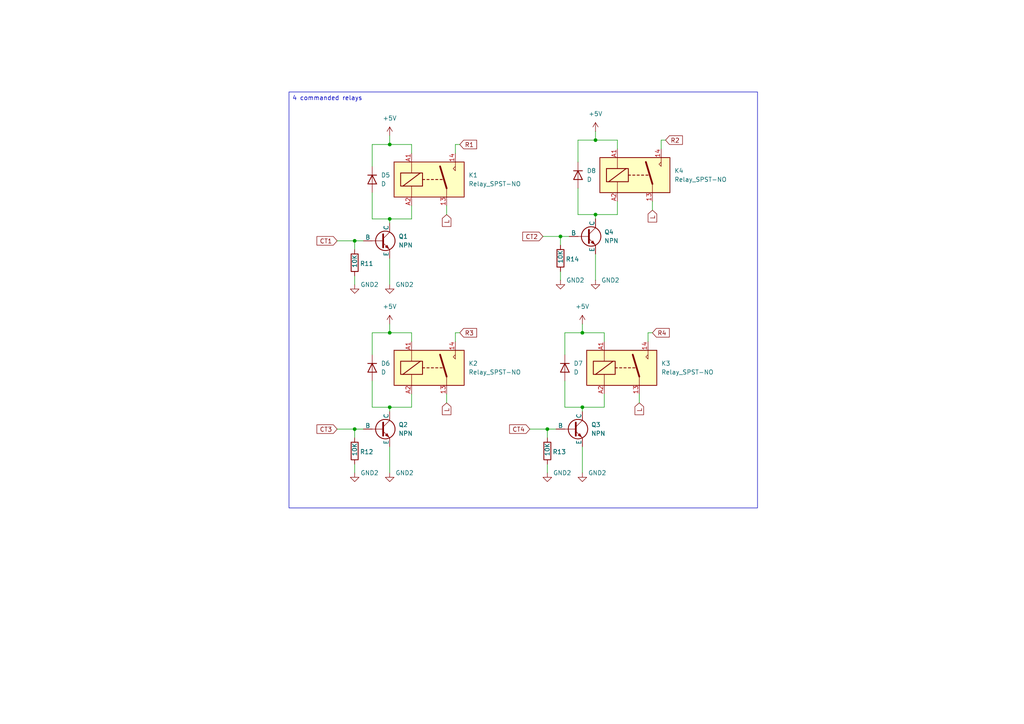
<source format=kicad_sch>
(kicad_sch (version 20231120) (generator "eeschema") (generator_version "8.0")
  (paper "A4")
  (lib_symbols
    (symbol "Device:D" (pin_numbers hide) (pin_names (offset 1.016) hide)
      (property "Reference" "D" (at 0 2.54 0))
      (property "Value" "D" (at 0 -2.54 0))
      (symbol "D_0_1"
        (polyline (pts (xy -1.27 1.27) (xy -1.27 -1.27)) (stroke (width 0.254)))
        (polyline (pts (xy 1.27 0) (xy -1.27 0)))
        (polyline (pts (xy 1.27 1.27) (xy 1.27 -1.27) (xy -1.27 0) (xy 1.27 1.27)) (stroke (width 0.254)))
      )
      (symbol "D_1_1"
        (pin passive line (at -3.81 0 0) (length 2.54) (name "K") (number "1"))
        (pin passive line (at 3.81 0 180) (length 2.54) (name "A") (number "2"))
      )
    )
    (symbol "Device:R" (pin_numbers hide) (pin_names (offset 0))
      (property "Reference" "R" (at 2.032 0 90))
      (property "Value" "R" (at 0 0 90))
      (symbol "R_0_1"
        (rectangle (start -1.016 -2.54) (end 1.016 2.54) (stroke (width 0.254)))
      )
      (symbol "R_1_1"
        (pin passive line (at 0 3.81 270) (length 1.27) (name "~") (number "1"))
        (pin passive line (at 0 -3.81 90) (length 1.27) (name "~") (number "2"))
      )
    )
    (symbol "Relay:Relay_SPST-NO"
      (property "Reference" "K" (at 11.43 3.81 0))
      (property "Value" "Relay_SPST-NO" (at 11.43 1.27 0))
      (symbol "Relay_SPST-NO_0_0"
        (polyline (pts (xy 7.62 5.08) (xy 7.62 2.54) (xy 6.985 3.175) (xy 7.62 3.81)))
      )
      (symbol "Relay_SPST-NO_0_1"
        (rectangle (start -10.16 5.08) (end 10.16 -5.08) (stroke (width 0.254)) (fill (type background)))
        (rectangle (start -8.255 1.905) (end -1.905 -1.905) (stroke (width 0.254)))
        (polyline (pts (xy -7.62 -1.905) (xy -2.54 1.905)) (stroke (width 0.254)))
        (polyline (pts (xy -5.08 -5.08) (xy -5.08 -1.905)))
        (polyline (pts (xy -5.08 5.08) (xy -5.08 1.905)))
        (polyline (pts (xy -1.905 0) (xy -1.27 0)) (stroke (width 0.254)))
        (polyline (pts (xy -0.635 0) (xy 0 0)) (stroke (width 0.254)))
        (polyline (pts (xy 0.635 0) (xy 1.27 0)) (stroke (width 0.254)))
        (polyline (pts (xy 1.905 0) (xy 2.54 0)) (stroke (width 0.254)))
        (polyline (pts (xy 3.175 0) (xy 3.81 0)) (stroke (width 0.254)))
        (polyline (pts (xy 5.08 -2.54) (xy 3.175 3.81)) (stroke (width 0.508)))
        (polyline (pts (xy 5.08 -2.54) (xy 5.08 -5.08)))
      )
      (symbol "Relay_SPST-NO_1_1"
        (pin passive line (at 5.08 -7.62 90) (length 2.54) (name "~") (number "13"))
        (pin passive line (at 7.62 7.62 270) (length 2.54) (name "~") (number "14"))
        (pin passive line (at -5.08 7.62 270) (length 2.54) (name "~") (number "A1"))
        (pin passive line (at -5.08 -7.62 90) (length 2.54) (name "~") (number "A2"))
      )
    )
    (symbol "Simulation_SPICE:NPN" (pin_numbers hide) (pin_names (offset 0))
      (property "Reference" "Q" (at -2.54 7.62 0))
      (property "Value" "NPN" (at -2.54 5.08 0))
      (symbol "NPN_0_1"
        (polyline (pts (xy -2.54 0) (xy 0.635 0)) (stroke (width 0.1524)))
        (polyline (pts (xy 0.635 0.635) (xy 2.54 2.54)))
        (polyline (pts (xy 2.794 -1.27) (xy 2.794 -1.27)) (stroke (width 0.1524)))
        (polyline (pts (xy 2.794 -1.27) (xy 2.794 -1.27)) (stroke (width 0.1524)))
        (polyline (pts (xy 0.635 -0.635) (xy 2.54 -2.54) (xy 2.54 -2.54)))
        (polyline (pts (xy 0.635 1.905) (xy 0.635 -1.905) (xy 0.635 -1.905)) (stroke (width 0.508)))
        (polyline (pts (xy 1.27 -1.778) (xy 1.778 -1.27) (xy 2.286 -2.286) (xy 1.27 -1.778) (xy 1.27 -1.778)) (fill (type outline)))
        (circle (center 1.27 0) (radius 2.8194) (stroke (width 0.254)))
      )
      (symbol "NPN_1_1"
        (pin open_collector line (at 2.54 5.08 270) (length 2.54) (name "C") (number "1"))
        (pin input line (at -5.08 0 0) (length 2.54) (name "B") (number "2"))
        (pin open_emitter line (at 2.54 -5.08 90) (length 2.54) (name "E") (number "3"))
      )
    )
    (symbol "power:+5V" (power) (pin_numbers hide) (pin_names (offset 0) hide)
      (property "Value" "+5V" (at 0 3.556 0))
      (symbol "+5V_0_1"
        (polyline (pts (xy -0.762 1.27) (xy 0 2.54)))
        (polyline (pts (xy 0 0) (xy 0 2.54)))
        (polyline (pts (xy 0 2.54) (xy 0.762 1.27)))
      )
      (symbol "+5V_1_1"
        (pin power_in line (at 0 0 90) (length 0) (name "~") (number "1"))
      )
    )
    (symbol "power:GND2" (power) (pin_numbers hide) (pin_names (offset 0) hide)
      (property "Value" "GND2" (at 0 -3.81 0))
      (symbol "GND2_0_1"
        (polyline (pts (xy 0 0) (xy 0 -1.27) (xy 1.27 -1.27) (xy 0 -2.54) (xy -1.27 -1.27) (xy 0 -1.27)))
      )
      (symbol "GND2_1_1"
        (pin power_in line (at 0 0 270) (length 0) (name "~") (number "1"))
      )
    )
  )
  (junction (at 102.87 124.46))
  (junction (at 162.56 68.58))
  (junction (at 168.91 96.52))
  (junction (at 113.03 41.91))
  (junction (at 113.03 63.5))
  (junction (at 168.91 118.11))
  (junction (at 113.03 96.52))
  (junction (at 102.87 69.85))
  (junction (at 172.72 40.64))
  (junction (at 113.03 118.11))
  (junction (at 158.75 124.46))
  (junction (at 172.72 62.23))
  (wire (pts (xy 113.03 74.93) (xy 113.03 82.55)))
  (wire (pts (xy 119.38 96.52) (xy 119.38 99.06)))
  (wire (pts (xy 189.23 58.42) (xy 189.23 60.96)))
  (wire (pts (xy 132.08 41.91) (xy 133.35 41.91)))
  (wire (pts (xy 107.95 48.26) (xy 107.95 41.91)))
  (wire (pts (xy 167.64 46.99) (xy 167.64 40.64)))
  (wire (pts (xy 102.87 72.39) (xy 102.87 69.85)))
  (wire (pts (xy 113.03 63.5) (xy 113.03 64.77)))
  (wire (pts (xy 191.77 43.18) (xy 191.77 40.64)))
  (wire (pts (xy 119.38 63.5) (xy 113.03 63.5)))
  (wire (pts (xy 175.26 118.11) (xy 168.91 118.11)))
  (wire (pts (xy 102.87 124.46) (xy 105.41 124.46)))
  (wire (pts (xy 107.95 63.5) (xy 107.95 55.88)))
  (wire (pts (xy 162.56 68.58) (xy 165.1 68.58)))
  (wire (pts (xy 167.64 62.23) (xy 167.64 54.61)))
  (wire (pts (xy 162.56 78.74) (xy 162.56 81.28)))
  (wire (pts (xy 153.67 124.46) (xy 158.75 124.46)))
  (wire (pts (xy 132.08 44.45) (xy 132.08 41.91)))
  (wire (pts (xy 158.75 134.62) (xy 158.75 137.16)))
  (wire (pts (xy 97.79 124.46) (xy 102.87 124.46)))
  (wire (pts (xy 107.95 118.11) (xy 107.95 110.49)))
  (wire (pts (xy 119.38 118.11) (xy 113.03 118.11)))
  (wire (pts (xy 129.54 59.69) (xy 129.54 62.23)))
  (wire (pts (xy 119.38 41.91) (xy 119.38 44.45)))
  (wire (pts (xy 113.03 118.11) (xy 113.03 119.38)))
  (wire (pts (xy 172.72 73.66) (xy 172.72 81.28)))
  (wire (pts (xy 168.91 118.11) (xy 168.91 119.38)))
  (wire (pts (xy 157.48 68.58) (xy 162.56 68.58)))
  (wire (pts (xy 163.83 118.11) (xy 163.83 110.49)))
  (wire (pts (xy 191.77 40.64) (xy 193.04 40.64)))
  (wire (pts (xy 163.83 96.52) (xy 168.91 96.52)))
  (wire (pts (xy 172.72 38.1) (xy 172.72 40.64)))
  (wire (pts (xy 168.91 96.52) (xy 175.26 96.52)))
  (wire (pts (xy 119.38 59.69) (xy 119.38 63.5)))
  (wire (pts (xy 113.03 118.11) (xy 107.95 118.11)))
  (wire (pts (xy 102.87 69.85) (xy 105.41 69.85)))
  (wire (pts (xy 113.03 93.98) (xy 113.03 96.52)))
  (wire (pts (xy 107.95 102.87) (xy 107.95 96.52)))
  (wire (pts (xy 102.87 134.62) (xy 102.87 137.16)))
  (wire (pts (xy 179.07 58.42) (xy 179.07 62.23)))
  (wire (pts (xy 102.87 80.01) (xy 102.87 82.55)))
  (wire (pts (xy 158.75 124.46) (xy 161.29 124.46)))
  (wire (pts (xy 185.42 114.3) (xy 185.42 116.84)))
  (wire (pts (xy 179.07 40.64) (xy 179.07 43.18)))
  (wire (pts (xy 102.87 127) (xy 102.87 124.46)))
  (wire (pts (xy 172.72 62.23) (xy 167.64 62.23)))
  (wire (pts (xy 113.03 63.5) (xy 107.95 63.5)))
  (wire (pts (xy 129.54 114.3) (xy 129.54 116.84)))
  (wire (pts (xy 132.08 96.52) (xy 133.35 96.52)))
  (wire (pts (xy 107.95 41.91) (xy 113.03 41.91)))
  (wire (pts (xy 168.91 129.54) (xy 168.91 137.16)))
  (wire (pts (xy 113.03 41.91) (xy 119.38 41.91)))
  (wire (pts (xy 163.83 102.87) (xy 163.83 96.52)))
  (wire (pts (xy 132.08 99.06) (xy 132.08 96.52)))
  (wire (pts (xy 187.96 99.06) (xy 187.96 96.52)))
  (wire (pts (xy 175.26 114.3) (xy 175.26 118.11)))
  (wire (pts (xy 158.75 127) (xy 158.75 124.46)))
  (wire (pts (xy 172.72 40.64) (xy 179.07 40.64)))
  (wire (pts (xy 175.26 96.52) (xy 175.26 99.06)))
  (wire (pts (xy 119.38 114.3) (xy 119.38 118.11)))
  (wire (pts (xy 107.95 96.52) (xy 113.03 96.52)))
  (wire (pts (xy 113.03 129.54) (xy 113.03 137.16)))
  (wire (pts (xy 187.96 96.52) (xy 189.23 96.52)))
  (wire (pts (xy 172.72 62.23) (xy 172.72 63.5)))
  (wire (pts (xy 162.56 71.12) (xy 162.56 68.58)))
  (wire (pts (xy 168.91 118.11) (xy 163.83 118.11)))
  (wire (pts (xy 113.03 96.52) (xy 119.38 96.52)))
  (wire (pts (xy 168.91 93.98) (xy 168.91 96.52)))
  (wire (pts (xy 167.64 40.64) (xy 172.72 40.64)))
  (wire (pts (xy 113.03 39.37) (xy 113.03 41.91)))
  (wire (pts (xy 179.07 62.23) (xy 172.72 62.23)))
  (wire (pts (xy 97.79 69.85) (xy 102.87 69.85)))
  (text_box "4 commanded relays\n" (at 83.82 26.67 0) (size 135.89 120.65) (effects (font (size 1.27 1.27)) (justify left top)))
  (global_label "L" (shape input) (at 189.23 60.96 270) (property "Intersheetrefs" "${INTERSHEET_REFS}" (effects (hide yes))))
  (global_label "R4" (shape input) (at 189.23 96.52 0) (property "Intersheetrefs" "${INTERSHEET_REFS}" (effects (hide yes))))
  (global_label "R2" (shape input) (at 193.04 40.64 0) (property "Intersheetrefs" "${INTERSHEET_REFS}" (effects (hide yes))))
  (global_label "CT2" (shape input) (at 157.48 68.58 180) (property "Intersheetrefs" "${INTERSHEET_REFS}" (effects (hide yes))))
  (global_label "L" (shape input) (at 185.42 116.84 270) (property "Intersheetrefs" "${INTERSHEET_REFS}" (effects (hide yes))))
  (global_label "R1" (shape input) (at 133.35 41.91 0) (property "Intersheetrefs" "${INTERSHEET_REFS}" (effects (hide yes))))
  (global_label "CT1" (shape input) (at 97.79 69.85 180) (property "Intersheetrefs" "${INTERSHEET_REFS}" (effects (hide yes))))
  (global_label "L" (shape input) (at 129.54 116.84 270) (property "Intersheetrefs" "${INTERSHEET_REFS}" (effects (hide yes))))
  (global_label "CT4" (shape input) (at 153.67 124.46 180) (property "Intersheetrefs" "${INTERSHEET_REFS}" (effects (hide yes))))
  (global_label "R3" (shape input) (at 133.35 96.52 0) (property "Intersheetrefs" "${INTERSHEET_REFS}" (effects (hide yes))))
  (global_label "L" (shape input) (at 129.54 62.23 270) (property "Intersheetrefs" "${INTERSHEET_REFS}" (effects (hide yes))))
  (global_label "CT3" (shape input) (at 97.79 124.46 180) (property "Intersheetrefs" "${INTERSHEET_REFS}" (effects (hide yes))))
  (symbol (lib_id "power:GND2") (at 102.87 82.55 0) (unit 1)
    (property "Reference" "#PWR020" (effects (hide yes)))
    (property "Value" "GND2" (at 107.188 82.55 0))
    (property "Description" "Power symbol creates a global label with name \"GND2\" , ground" (effects (hide yes)))
  )
  (symbol (lib_id "Device:D") (at 163.83 106.68 270) (unit 1)
    (property "Reference" "D7" (at 166.37 105.4099 90) (effects (justify left)))
    (property "Value" "D" (at 166.37 107.9499 90) (effects (justify left)))
    (property "Description" "Diode" (effects (hide yes)))
    (property "Sim.Device" "D" (effects (hide yes)))
    (property "Sim.Pins" "1=K 2=A" (effects (hide yes)))
  )
  (symbol (lib_id "power:GND2") (at 162.56 81.28 0) (unit 1)
    (property "Reference" "#PWR027" (effects (hide yes)))
    (property "Value" "GND2" (at 166.878 81.28 0))
    (property "Description" "Power symbol creates a global label with name \"GND2\" , ground" (effects (hide yes)))
  )
  (symbol (lib_id "Simulation_SPICE:NPN") (at 166.37 124.46 0) (unit 1)
    (property "Reference" "Q3" (at 171.45 123.1899 0) (effects (justify left)))
    (property "Value" "NPN" (at 171.45 125.7299 0) (effects (justify left)))
    (property "Datasheet" "https://ngspice.sourceforge.io/docs/ngspice-html-manual/manual.xhtml#cha_BJTs" (effects (hide yes)))
    (property "Description" "Bipolar transistor symbol for simulation only, substrate tied to the emitter" (effects (hide yes)))
    (property "Sim.Device" "NPN" (effects (hide yes)))
    (property "Sim.Type" "GUMMELPOON" (effects (hide yes)))
    (property "Sim.Pins" "1=C 2=B 3=E" (effects (hide yes)))
  )
  (symbol (lib_id "power:GND2") (at 168.91 137.16 0) (unit 1)
    (property "Reference" "#PWR029" (effects (hide yes)))
    (property "Value" "GND2" (at 173.228 137.16 0))
    (property "Description" "Power symbol creates a global label with name \"GND2\" , ground" (effects (hide yes)))
  )
  (symbol (lib_id "power:GND2") (at 113.03 82.55 0) (unit 1)
    (property "Reference" "#PWR023" (effects (hide yes)))
    (property "Value" "GND2" (at 117.348 82.55 0))
    (property "Description" "Power symbol creates a global label with name \"GND2\" , ground" (effects (hide yes)))
  )
  (symbol (lib_id "power:GND2") (at 102.87 137.16 0) (unit 1)
    (property "Reference" "#PWR021" (effects (hide yes)))
    (property "Value" "GND2" (at 107.188 137.16 0))
    (property "Description" "Power symbol creates a global label with name \"GND2\" , ground" (effects (hide yes)))
  )
  (symbol (lib_id "power:+5V") (at 172.72 38.1 0) (unit 1)
    (property "Reference" "#PWR030" (effects (hide yes)))
    (property "Value" "+5V" (at 172.72 33.02 0))
    (property "Description" "Power symbol creates a global label with name \"+5V\"" (effects (hide yes)))
  )
  (symbol (lib_id "Simulation_SPICE:NPN") (at 110.49 124.46 0) (unit 1)
    (property "Reference" "Q2" (at 115.57 123.1899 0) (effects (justify left)))
    (property "Value" "NPN" (at 115.57 125.7299 0) (effects (justify left)))
    (property "Datasheet" "https://ngspice.sourceforge.io/docs/ngspice-html-manual/manual.xhtml#cha_BJTs" (effects (hide yes)))
    (property "Description" "Bipolar transistor symbol for simulation only, substrate tied to the emitter" (effects (hide yes)))
    (property "Sim.Device" "NPN" (effects (hide yes)))
    (property "Sim.Type" "GUMMELPOON" (effects (hide yes)))
    (property "Sim.Pins" "1=C 2=B 3=E" (effects (hide yes)))
  )
  (symbol (lib_id "power:+5V") (at 113.03 93.98 0) (unit 1)
    (property "Reference" "#PWR024" (effects (hide yes)))
    (property "Value" "+5V" (at 113.03 88.9 0))
    (property "Description" "Power symbol creates a global label with name \"+5V\"" (effects (hide yes)))
  )
  (symbol (lib_id "Device:R") (at 162.56 74.93 0) (unit 1)
    (property "Reference" "R14" (at 164.084 75.184 0) (effects (justify left)))
    (property "Value" "10K" (at 162.56 76.454 90) (effects (justify left)))
    (property "Description" "Resistor" (effects (hide yes)))
  )
  (symbol (lib_id "Relay:Relay_SPST-NO") (at 184.15 50.8 0) (unit 1)
    (property "Reference" "K4" (at 195.58 49.5299 0) (effects (justify left)))
    (property "Value" "Relay_SPST-NO" (at 195.58 52.0699 0) (effects (justify left)))
    (property "Description" "Relay SPST, Normally Open, EN50005" (effects (hide yes)))
  )
  (symbol (lib_id "Relay:Relay_SPST-NO") (at 124.46 106.68 0) (unit 1)
    (property "Reference" "K2" (at 135.89 105.4099 0) (effects (justify left)))
    (property "Value" "Relay_SPST-NO" (at 135.89 107.9499 0) (effects (justify left)))
    (property "Description" "Relay SPST, Normally Open, EN50005" (effects (hide yes)))
  )
  (symbol (lib_id "power:GND2") (at 113.03 137.16 0) (unit 1)
    (property "Reference" "#PWR025" (effects (hide yes)))
    (property "Value" "GND2" (at 117.348 137.16 0))
    (property "Description" "Power symbol creates a global label with name \"GND2\" , ground" (effects (hide yes)))
  )
  (symbol (lib_id "Device:R") (at 102.87 130.81 0) (unit 1)
    (property "Reference" "R12" (at 104.394 131.064 0) (effects (justify left)))
    (property "Value" "10K" (at 102.87 132.334 90) (effects (justify left)))
    (property "Description" "Resistor" (effects (hide yes)))
  )
  (symbol (lib_id "power:GND2") (at 172.72 81.28 0) (unit 1)
    (property "Reference" "#PWR031" (effects (hide yes)))
    (property "Value" "GND2" (at 177.038 81.28 0))
    (property "Description" "Power symbol creates a global label with name \"GND2\" , ground" (effects (hide yes)))
  )
  (symbol (lib_id "Device:D") (at 167.64 50.8 270) (unit 1)
    (property "Reference" "D8" (at 170.18 49.5299 90) (effects (justify left)))
    (property "Value" "D" (at 170.18 52.0699 90) (effects (justify left)))
    (property "Description" "Diode" (effects (hide yes)))
    (property "Sim.Device" "D" (effects (hide yes)))
    (property "Sim.Pins" "1=K 2=A" (effects (hide yes)))
  )
  (symbol (lib_id "Device:D") (at 107.95 52.07 270) (unit 1)
    (property "Reference" "D5" (at 110.49 50.7999 90) (effects (justify left)))
    (property "Value" "D" (at 110.49 53.3399 90) (effects (justify left)))
    (property "Description" "Diode" (effects (hide yes)))
    (property "Sim.Device" "D" (effects (hide yes)))
    (property "Sim.Pins" "1=K 2=A" (effects (hide yes)))
  )
  (symbol (lib_id "power:GND2") (at 158.75 137.16 0) (unit 1)
    (property "Reference" "#PWR026" (effects (hide yes)))
    (property "Value" "GND2" (at 163.068 137.16 0))
    (property "Description" "Power symbol creates a global label with name \"GND2\" , ground" (effects (hide yes)))
  )
  (symbol (lib_id "power:+5V") (at 168.91 93.98 0) (unit 1)
    (property "Reference" "#PWR028" (effects (hide yes)))
    (property "Value" "+5V" (at 168.91 88.9 0))
    (property "Description" "Power symbol creates a global label with name \"+5V\"" (effects (hide yes)))
  )
  (symbol (lib_id "Simulation_SPICE:NPN") (at 110.49 69.85 0) (unit 1)
    (property "Reference" "Q1" (at 115.57 68.5799 0) (effects (justify left)))
    (property "Value" "NPN" (at 115.57 71.1199 0) (effects (justify left)))
    (property "Datasheet" "https://ngspice.sourceforge.io/docs/ngspice-html-manual/manual.xhtml#cha_BJTs" (effects (hide yes)))
    (property "Description" "Bipolar transistor symbol for simulation only, substrate tied to the emitter" (effects (hide yes)))
    (property "Sim.Device" "NPN" (effects (hide yes)))
    (property "Sim.Type" "GUMMELPOON" (effects (hide yes)))
    (property "Sim.Pins" "1=C 2=B 3=E" (effects (hide yes)))
  )
  (symbol (lib_id "Relay:Relay_SPST-NO") (at 124.46 52.07 0) (unit 1)
    (property "Reference" "K1" (at 135.89 50.7999 0) (effects (justify left)))
    (property "Value" "Relay_SPST-NO" (at 135.89 53.3399 0) (effects (justify left)))
    (property "Description" "Relay SPST, Normally Open, EN50005" (effects (hide yes)))
  )
  (symbol (lib_id "Simulation_SPICE:NPN") (at 170.18 68.58 0) (unit 1)
    (property "Reference" "Q4" (at 175.26 67.3099 0) (effects (justify left)))
    (property "Value" "NPN" (at 175.26 69.8499 0) (effects (justify left)))
    (property "Datasheet" "https://ngspice.sourceforge.io/docs/ngspice-html-manual/manual.xhtml#cha_BJTs" (effects (hide yes)))
    (property "Description" "Bipolar transistor symbol for simulation only, substrate tied to the emitter" (effects (hide yes)))
    (property "Sim.Device" "NPN" (effects (hide yes)))
    (property "Sim.Type" "GUMMELPOON" (effects (hide yes)))
    (property "Sim.Pins" "1=C 2=B 3=E" (effects (hide yes)))
  )
  (symbol (lib_id "Device:D") (at 107.95 106.68 270) (unit 1)
    (property "Reference" "D6" (at 110.49 105.4099 90) (effects (justify left)))
    (property "Value" "D" (at 110.49 107.9499 90) (effects (justify left)))
    (property "Description" "Diode" (effects (hide yes)))
    (property "Sim.Device" "D" (effects (hide yes)))
    (property "Sim.Pins" "1=K 2=A" (effects (hide yes)))
  )
  (symbol (lib_id "Device:R") (at 158.75 130.81 0) (unit 1)
    (property "Reference" "R13" (at 160.274 131.064 0) (effects (justify left)))
    (property "Value" "10K" (at 158.75 132.334 90) (effects (justify left)))
    (property "Description" "Resistor" (effects (hide yes)))
  )
  (symbol (lib_id "power:+5V") (at 113.03 39.37 0) (unit 1)
    (property "Reference" "#PWR022" (effects (hide yes)))
    (property "Value" "+5V" (at 113.03 34.29 0))
    (property "Description" "Power symbol creates a global label with name \"+5V\"" (effects (hide yes)))
  )
  (symbol (lib_id "Device:R") (at 102.87 76.2 0) (unit 1)
    (property "Reference" "R11" (at 104.394 76.454 0) (effects (justify left)))
    (property "Value" "10K" (at 102.87 77.724 90) (effects (justify left)))
    (property "Description" "Resistor" (effects (hide yes)))
  )
  (symbol (lib_id "Relay:Relay_SPST-NO") (at 180.34 106.68 0) (unit 1)
    (property "Reference" "K3" (at 191.77 105.4099 0) (effects (justify left)))
    (property "Value" "Relay_SPST-NO" (at 191.77 107.9499 0) (effects (justify left)))
    (property "Description" "Relay SPST, Normally Open, EN50005" (effects (hide yes)))
  )
)
</source>
